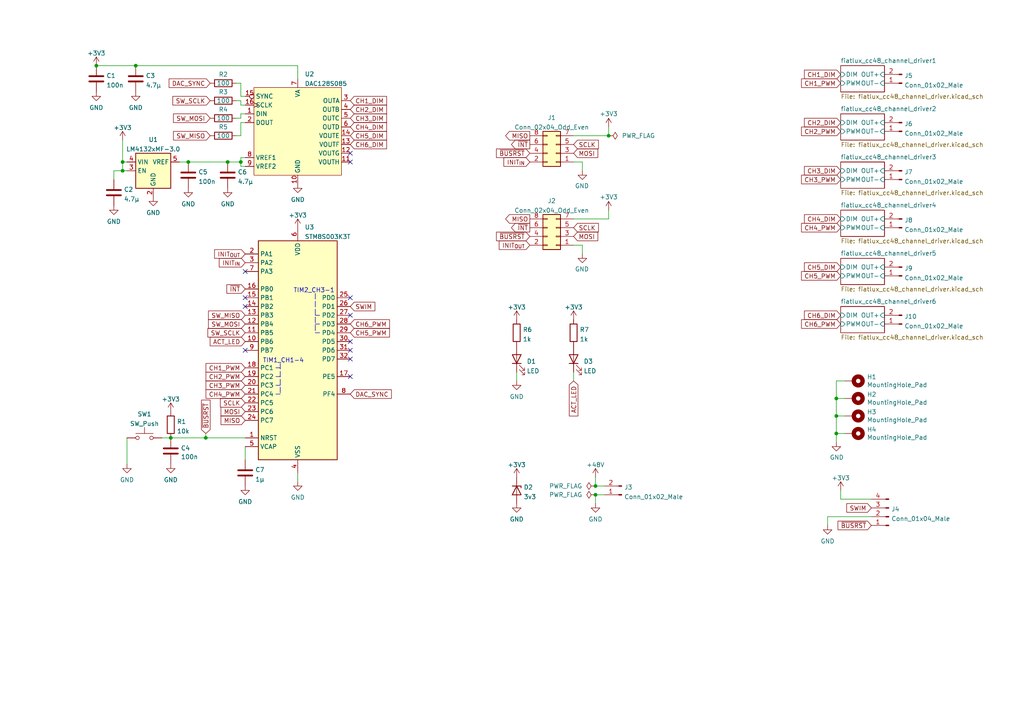
<source format=kicad_sch>
(kicad_sch (version 20211123) (generator eeschema)
  (paper "A4")
  (lib_symbols
    (symbol "Connector:Conn_01x02_Male" (pin_names (offset 1.016) hide)
      (property "Reference" "J" (at 0 2.54 0))
      (property "Value" "Conn_01x02_Male" (at 0 -5.08 0))
      (symbol "Conn_01x02_Male_1_1"
        (polyline (pts (xy 1.27 -2.54) (xy 0.8636 -2.54)) (stroke (width 0.1524)))
        (polyline (pts (xy 1.27 0) (xy 0.8636 0)) (stroke (width 0.1524)))
        (rectangle (start 0.8636 -2.413) (end 0 -2.667) (stroke (width 0.1524)) (fill (type outline)))
        (rectangle (start 0.8636 0.127) (end 0 -0.127) (stroke (width 0.1524)) (fill (type outline)))
        (pin passive line (at 5.08 0 180) (length 3.81) (name "Pin_1") (number "1"))
        (pin passive line (at 5.08 -2.54 180) (length 3.81) (name "Pin_2") (number "2"))
      )
    )
    (symbol "Connector:Conn_01x04_Male" (pin_names (offset 1.016) hide)
      (property "Reference" "J" (at 0 5.08 0))
      (property "Value" "Conn_01x04_Male" (at 0 -7.62 0))
      (symbol "Conn_01x04_Male_1_1"
        (polyline (pts (xy 1.27 -5.08) (xy 0.8636 -5.08)) (stroke (width 0.1524)))
        (polyline (pts (xy 1.27 -2.54) (xy 0.8636 -2.54)) (stroke (width 0.1524)))
        (polyline (pts (xy 1.27 0) (xy 0.8636 0)) (stroke (width 0.1524)))
        (polyline (pts (xy 1.27 2.54) (xy 0.8636 2.54)) (stroke (width 0.1524)))
        (rectangle (start 0.8636 -4.953) (end 0 -5.207) (stroke (width 0.1524)) (fill (type outline)))
        (rectangle (start 0.8636 -2.413) (end 0 -2.667) (stroke (width 0.1524)) (fill (type outline)))
        (rectangle (start 0.8636 0.127) (end 0 -0.127) (stroke (width 0.1524)) (fill (type outline)))
        (rectangle (start 0.8636 2.667) (end 0 2.413) (stroke (width 0.1524)) (fill (type outline)))
        (pin passive line (at 5.08 2.54 180) (length 3.81) (name "Pin_1") (number "1"))
        (pin passive line (at 5.08 0 180) (length 3.81) (name "Pin_2") (number "2"))
        (pin passive line (at 5.08 -2.54 180) (length 3.81) (name "Pin_3") (number "3"))
        (pin passive line (at 5.08 -5.08 180) (length 3.81) (name "Pin_4") (number "4"))
      )
    )
    (symbol "Connector_Generic:Conn_02x04_Odd_Even" (pin_names (offset 1.016) hide)
      (property "Reference" "J" (at 1.27 5.08 0))
      (property "Value" "Conn_02x04_Odd_Even" (at 1.27 -7.62 0))
      (symbol "Conn_02x04_Odd_Even_1_1"
        (rectangle (start -1.27 -4.953) (end 0 -5.207) (stroke (width 0.1524)))
        (rectangle (start -1.27 -2.413) (end 0 -2.667) (stroke (width 0.1524)))
        (rectangle (start -1.27 0.127) (end 0 -0.127) (stroke (width 0.1524)))
        (rectangle (start -1.27 2.667) (end 0 2.413) (stroke (width 0.1524)))
        (rectangle (start -1.27 3.81) (end 3.81 -6.35) (stroke (width 0.254)) (fill (type background)))
        (rectangle (start 3.81 -4.953) (end 2.54 -5.207) (stroke (width 0.1524)))
        (rectangle (start 3.81 -2.413) (end 2.54 -2.667) (stroke (width 0.1524)))
        (rectangle (start 3.81 0.127) (end 2.54 -0.127) (stroke (width 0.1524)))
        (rectangle (start 3.81 2.667) (end 2.54 2.413) (stroke (width 0.1524)))
        (pin passive line (at -5.08 2.54 0) (length 3.81) (name "Pin_1") (number "1"))
        (pin passive line (at 7.62 2.54 180) (length 3.81) (name "Pin_2") (number "2"))
        (pin passive line (at -5.08 0 0) (length 3.81) (name "Pin_3") (number "3"))
        (pin passive line (at 7.62 0 180) (length 3.81) (name "Pin_4") (number "4"))
        (pin passive line (at -5.08 -2.54 0) (length 3.81) (name "Pin_5") (number "5"))
        (pin passive line (at 7.62 -2.54 180) (length 3.81) (name "Pin_6") (number "6"))
        (pin passive line (at -5.08 -5.08 0) (length 3.81) (name "Pin_7") (number "7"))
        (pin passive line (at 7.62 -5.08 180) (length 3.81) (name "Pin_8") (number "8"))
      )
    )
    (symbol "Device:C" (pin_numbers hide) (pin_names (offset 0.254))
      (property "Reference" "C" (at 0.635 2.54 0))
      (property "Value" "C" (at 0.635 -2.54 0))
      (symbol "C_0_1"
        (polyline (pts (xy -2.032 -0.762) (xy 2.032 -0.762)) (stroke (width 0.508)))
        (polyline (pts (xy -2.032 0.762) (xy 2.032 0.762)) (stroke (width 0.508)))
      )
      (symbol "C_1_1"
        (pin passive line (at 0 3.81 270) (length 2.794) (name "~") (number "1"))
        (pin passive line (at 0 -3.81 90) (length 2.794) (name "~") (number "2"))
      )
    )
    (symbol "Device:D_Zener" (pin_numbers hide) (pin_names (offset 1.016) hide)
      (property "Reference" "D" (at 0 2.54 0))
      (property "Value" "D_Zener" (at 0 -2.54 0))
      (symbol "D_Zener_0_1"
        (polyline (pts (xy 1.27 0) (xy -1.27 0)))
        (polyline (pts (xy -1.27 -1.27) (xy -1.27 1.27) (xy -0.762 1.27)) (stroke (width 0.254)))
        (polyline (pts (xy 1.27 -1.27) (xy 1.27 1.27) (xy -1.27 0) (xy 1.27 -1.27)) (stroke (width 0.254)))
      )
      (symbol "D_Zener_1_1"
        (pin passive line (at -3.81 0 0) (length 2.54) (name "K") (number "1"))
        (pin passive line (at 3.81 0 180) (length 2.54) (name "A") (number "2"))
      )
    )
    (symbol "Device:LED" (pin_numbers hide) (pin_names (offset 1.016) hide)
      (property "Reference" "D" (at 0 2.54 0))
      (property "Value" "LED" (at 0 -2.54 0))
      (symbol "LED_0_1"
        (polyline (pts (xy -1.27 -1.27) (xy -1.27 1.27)) (stroke (width 0.254)))
        (polyline (pts (xy -1.27 0) (xy 1.27 0)))
        (polyline (pts (xy 1.27 -1.27) (xy 1.27 1.27) (xy -1.27 0) (xy 1.27 -1.27)) (stroke (width 0.254)))
        (polyline (pts (xy -3.048 -0.762) (xy -4.572 -2.286) (xy -3.81 -2.286) (xy -4.572 -2.286) (xy -4.572 -1.524)))
        (polyline (pts (xy -1.778 -0.762) (xy -3.302 -2.286) (xy -2.54 -2.286) (xy -3.302 -2.286) (xy -3.302 -1.524)))
      )
      (symbol "LED_1_1"
        (pin passive line (at -3.81 0 0) (length 2.54) (name "K") (number "1"))
        (pin passive line (at 3.81 0 180) (length 2.54) (name "A") (number "2"))
      )
    )
    (symbol "Device:R" (pin_numbers hide) (pin_names (offset 0))
      (property "Reference" "R" (at 2.032 0 90))
      (property "Value" "R" (at 0 0 90))
      (symbol "R_0_1"
        (rectangle (start -1.016 -2.54) (end 1.016 2.54) (stroke (width 0.254)))
      )
      (symbol "R_1_1"
        (pin passive line (at 0 3.81 270) (length 1.27) (name "~") (number "1"))
        (pin passive line (at 0 -3.81 90) (length 1.27) (name "~") (number "2"))
      )
    )
    (symbol "Library:DAC128S085"
      (property "Reference" "U" (at 0 -1.27 0))
      (property "Value" "DAC128S085" (at 0 1.27 0))
      (symbol "DAC128S085_0_1"
        (rectangle (start -12.7 12.7) (end 12.7 -12.7) (stroke (width 0.1524)) (fill (type background)))
      )
      (symbol "DAC128S085_1_1"
        (pin input line (at -15.24 5.08 0) (length 2.54) (name "DIN") (number "1"))
        (pin power_in line (at 0 -15.24 90) (length 2.54) (name "GND") (number "10"))
        (pin output line (at 15.24 -8.89 180) (length 2.54) (name "VOUTH") (number "11"))
        (pin output line (at 15.24 -6.35 180) (length 2.54) (name "VOUTG") (number "12"))
        (pin output line (at 15.24 -3.81 180) (length 2.54) (name "VOUTF") (number "13"))
        (pin output line (at 15.24 -1.27 180) (length 2.54) (name "VOUTE") (number "14"))
        (pin input inverted (at -15.24 10.16 0) (length 2.54) (name "SYNC") (number "15"))
        (pin input clock (at -15.24 7.62 0) (length 2.54) (name "SCLK") (number "16"))
        (pin output line (at -15.24 2.54 0) (length 2.54) (name "DOUT") (number "2"))
        (pin output line (at 15.24 8.89 180) (length 2.54) (name "OUTA") (number "3"))
        (pin output line (at 15.24 6.35 180) (length 2.54) (name "OUTB") (number "4"))
        (pin output line (at 15.24 3.81 180) (length 2.54) (name "OUTC") (number "5"))
        (pin output line (at 15.24 1.27 180) (length 2.54) (name "OUTD") (number "6"))
        (pin power_in line (at 0 15.24 270) (length 2.54) (name "VA") (number "7"))
        (pin input line (at -15.24 -7.62 0) (length 2.54) (name "VREF1") (number "8"))
        (pin input line (at -15.24 -10.16 0) (length 2.54) (name "VREF2") (number "9"))
      )
    )
    (symbol "MCU_ST_STM8:STM8S003K3T"
      (property "Reference" "U" (at 1.27 35.56 0))
      (property "Value" "STM8S003K3T" (at 1.27 33.02 0))
      (symbol "STM8S003K3T_0_1"
        (rectangle (start -11.43 31.75) (end 11.43 -31.75) (stroke (width 0.254)) (fill (type background)))
      )
      (symbol "STM8S003K3T_1_1"
        (pin input line (at -15.24 -25.4 0) (length 3.81) (name "NRST") (number "1"))
        (pin bidirectional line (at -15.24 2.54 0) (length 3.81) (name "PB6") (number "10"))
        (pin bidirectional line (at -15.24 5.08 0) (length 3.81) (name "PB5") (number "11"))
        (pin bidirectional line (at -15.24 7.62 0) (length 3.81) (name "PB4") (number "12"))
        (pin bidirectional line (at -15.24 10.16 0) (length 3.81) (name "PB3") (number "13"))
        (pin bidirectional line (at -15.24 12.7 0) (length 3.81) (name "PB2") (number "14"))
        (pin bidirectional line (at -15.24 15.24 0) (length 3.81) (name "PB1") (number "15"))
        (pin bidirectional line (at -15.24 17.78 0) (length 3.81) (name "PB0") (number "16"))
        (pin bidirectional line (at 15.24 -7.62 180) (length 3.81) (name "PE5") (number "17"))
        (pin bidirectional line (at -15.24 -5.08 0) (length 3.81) (name "PC1") (number "18"))
        (pin bidirectional line (at -15.24 -7.62 0) (length 3.81) (name "PC2") (number "19"))
        (pin bidirectional line (at -15.24 27.94 0) (length 3.81) (name "PA1") (number "2"))
        (pin bidirectional line (at -15.24 -10.16 0) (length 3.81) (name "PC3") (number "20"))
        (pin bidirectional line (at -15.24 -12.7 0) (length 3.81) (name "PC4") (number "21"))
        (pin bidirectional line (at -15.24 -15.24 0) (length 3.81) (name "PC5") (number "22"))
        (pin bidirectional line (at -15.24 -17.78 0) (length 3.81) (name "PC6") (number "23"))
        (pin bidirectional line (at -15.24 -20.32 0) (length 3.81) (name "PC7") (number "24"))
        (pin bidirectional line (at 15.24 15.24 180) (length 3.81) (name "PD0") (number "25"))
        (pin bidirectional line (at 15.24 12.7 180) (length 3.81) (name "PD1") (number "26"))
        (pin bidirectional line (at 15.24 10.16 180) (length 3.81) (name "PD2") (number "27"))
        (pin bidirectional line (at 15.24 7.62 180) (length 3.81) (name "PD3") (number "28"))
        (pin bidirectional line (at 15.24 5.08 180) (length 3.81) (name "PD4") (number "29"))
        (pin bidirectional line (at -15.24 25.4 0) (length 3.81) (name "PA2") (number "3"))
        (pin bidirectional line (at 15.24 2.54 180) (length 3.81) (name "PD5") (number "30"))
        (pin bidirectional line (at 15.24 0 180) (length 3.81) (name "PD6") (number "31"))
        (pin bidirectional line (at 15.24 -2.54 180) (length 3.81) (name "PD7") (number "32"))
        (pin power_in line (at 0 -35.56 90) (length 3.81) (name "VSS") (number "4"))
        (pin input line (at -15.24 -27.94 0) (length 3.81) (name "VCAP") (number "5"))
        (pin power_in line (at 0 35.56 270) (length 3.81) (name "VDD") (number "6"))
        (pin bidirectional line (at -15.24 22.86 0) (length 3.81) (name "PA3") (number "7"))
        (pin bidirectional line (at 15.24 -12.7 180) (length 3.81) (name "PF4") (number "8"))
        (pin bidirectional line (at -15.24 0 0) (length 3.81) (name "PB7") (number "9"))
      )
    )
    (symbol "Mechanical:MountingHole_Pad" (pin_numbers hide) (pin_names (offset 1.016) hide)
      (property "Reference" "H" (at 0 6.35 0))
      (property "Value" "MountingHole_Pad" (at 0 4.445 0))
      (symbol "MountingHole_Pad_0_1"
        (circle (center 0 1.27) (radius 1.27) (stroke (width 1.27)))
      )
      (symbol "MountingHole_Pad_1_1"
        (pin input line (at 0 -2.54 90) (length 2.54) (name "1") (number "1"))
      )
    )
    (symbol "Reference_Voltage:LM4132xMF-3.0"
      (property "Reference" "U" (at -4.318 6.096 0))
      (property "Value" "LM4132xMF-3.0" (at 7.874 6.096 0))
      (symbol "LM4132xMF-3.0_0_1"
        (rectangle (start -5.08 5.08) (end 5.08 -5.08) (stroke (width 0.254)) (fill (type background)))
      )
      (symbol "LM4132xMF-3.0_1_1"
        (pin no_connect line (at 5.08 0 180) (length 2.54) hide (name "NC") (number "1"))
        (pin power_in line (at 0 -7.62 90) (length 2.54) (name "GND") (number "2"))
        (pin input line (at -7.62 0 0) (length 2.54) (name "EN") (number "3"))
        (pin power_in line (at -7.62 2.54 0) (length 2.54) (name "VIN") (number "4"))
        (pin power_out line (at 7.62 2.54 180) (length 2.54) (name "VREF") (number "5"))
      )
    )
    (symbol "Switch:SW_Push" (pin_numbers hide) (pin_names (offset 1.016) hide)
      (property "Reference" "SW" (at 1.27 2.54 0))
      (property "Value" "SW_Push" (at 0 -1.524 0))
      (symbol "SW_Push_0_1"
        (circle (center -2.032 0) (radius 0.508))
        (polyline (pts (xy 0 1.27) (xy 0 3.048)))
        (polyline (pts (xy 2.54 1.27) (xy -2.54 1.27)))
        (circle (center 2.032 0) (radius 0.508))
        (pin passive line (at -5.08 0 0) (length 2.54) (name "1") (number "1"))
        (pin passive line (at 5.08 0 180) (length 2.54) (name "2") (number "2"))
      )
    )
    (symbol "power:+3.3V" (power) (pin_names (offset 0))
      (property "Value" "+3.3V" (at 0 3.556 0))
      (symbol "+3.3V_0_1"
        (polyline (pts (xy -0.762 1.27) (xy 0 2.54)))
        (polyline (pts (xy 0 0) (xy 0 2.54)))
        (polyline (pts (xy 0 2.54) (xy 0.762 1.27)))
      )
      (symbol "+3.3V_1_1"
        (pin power_in line (at 0 0 90) (length 0) hide (name "+3V3") (number "1"))
      )
    )
    (symbol "power:+3V3" (power) (pin_names (offset 0))
      (property "Value" "+3V3" (at 0 3.556 0))
      (symbol "+3V3_0_1"
        (polyline (pts (xy -0.762 1.27) (xy 0 2.54)))
        (polyline (pts (xy 0 0) (xy 0 2.54)))
        (polyline (pts (xy 0 2.54) (xy 0.762 1.27)))
      )
      (symbol "+3V3_1_1"
        (pin power_in line (at 0 0 90) (length 0) hide (name "+3V3") (number "1"))
      )
    )
    (symbol "power:+48V" (power) (pin_names (offset 0))
      (property "Value" "+48V" (at 0 3.556 0))
      (symbol "+48V_0_1"
        (polyline (pts (xy -0.762 1.27) (xy 0 2.54)))
        (polyline (pts (xy 0 0) (xy 0 2.54)))
        (polyline (pts (xy 0 2.54) (xy 0.762 1.27)))
      )
      (symbol "+48V_1_1"
        (pin power_in line (at 0 0 90) (length 0) hide (name "+48V") (number "1"))
      )
    )
    (symbol "power:GND" (power) (pin_names (offset 0))
      (property "Value" "GND" (at 0 -3.81 0))
      (symbol "GND_0_1"
        (polyline (pts (xy 0 0) (xy 0 -1.27) (xy 1.27 -1.27) (xy 0 -2.54) (xy -1.27 -1.27) (xy 0 -1.27)))
      )
      (symbol "GND_1_1"
        (pin power_in line (at 0 0 270) (length 0) hide (name "GND") (number "1"))
      )
    )
    (symbol "power:PWR_FLAG" (power) (pin_numbers hide) (pin_names (offset 0) hide)
      (property "Value" "PWR_FLAG" (at 0 3.81 0))
      (symbol "PWR_FLAG_0_0"
        (pin power_out line (at 0 0 90) (length 0) (name "pwr") (number "1"))
      )
      (symbol "PWR_FLAG_0_1"
        (polyline (pts (xy 0 0) (xy 0 1.27) (xy -1.016 1.905) (xy 0 2.54) (xy 1.016 1.905) (xy 0 1.27)))
      )
    )
  )
  (junction (at 35.56 49.53))
  (junction (at 242.57 115.57))
  (junction (at 35.56 46.99))
  (junction (at 172.72 140.97))
  (junction (at 66.04 46.99))
  (junction (at 39.37 19.05))
  (junction (at 69.85 46.99))
  (junction (at 54.61 46.99))
  (junction (at 242.57 125.73))
  (junction (at 172.72 143.51))
  (junction (at 27.94 19.05))
  (junction (at 242.57 120.65))
  (junction (at 49.53 127))
  (junction (at 176.53 39.37))
  (junction (at 59.69 127))
  (no_connect (at 101.6 109.22))
  (no_connect (at 101.6 44.45))
  (no_connect (at 101.6 46.99))
  (no_connect (at 101.6 101.6))
  (no_connect (at 101.6 99.06))
  (no_connect (at 101.6 104.14))
  (no_connect (at 71.12 88.9))
  (no_connect (at 101.6 86.36))
  (no_connect (at 71.12 78.74))
  (no_connect (at 71.12 101.6))
  (no_connect (at 71.12 86.36))
  (no_connect (at 101.6 91.44))
  (wire (pts (xy 69.85 27.94) (xy 69.85 24.13)))
  (wire (pts (xy 86.36 19.05) (xy 86.36 22.86)))
  (wire (pts (xy 27.94 19.05) (xy 39.37 19.05)))
  (wire (pts (xy 35.56 49.53) (xy 33.02 49.53)))
  (wire (pts (xy 35.56 49.53) (xy 35.56 46.99)))
  (wire (pts (xy 243.84 144.78) (xy 243.84 142.24)))
  (wire (pts (xy 69.85 46.99) (xy 69.85 48.26)))
  (wire (pts (xy 176.53 36.83) (xy 176.53 39.37)))
  (polyline (pts (xy 91.44 91.44) (xy 92.71 91.44)))
  (wire (pts (xy 59.69 127) (xy 71.12 127)))
  (wire (pts (xy 69.85 39.37) (xy 68.58 39.37)))
  (wire (pts (xy 39.37 19.05) (xy 86.36 19.05)))
  (wire (pts (xy 252.73 144.78) (xy 243.84 144.78)))
  (wire (pts (xy 242.57 115.57) (xy 242.57 120.65)))
  (wire (pts (xy 69.85 24.13) (xy 68.58 24.13)))
  (wire (pts (xy 242.57 115.57) (xy 245.11 115.57)))
  (wire (pts (xy 166.37 46.99) (xy 168.91 46.99)))
  (polyline (pts (xy 91.44 85.09) (xy 91.44 96.52)))
  (wire (pts (xy 69.85 45.72) (xy 69.85 46.99)))
  (wire (pts (xy 66.04 46.99) (xy 69.85 46.99)))
  (wire (pts (xy 172.72 140.97) (xy 175.26 140.97)))
  (wire (pts (xy 242.57 125.73) (xy 242.57 128.27)))
  (polyline (pts (xy 91.44 93.98) (xy 92.71 93.98)))
  (wire (pts (xy 35.56 46.99) (xy 36.83 46.99)))
  (wire (pts (xy 176.53 39.37) (xy 166.37 39.37)))
  (wire (pts (xy 240.03 149.86) (xy 240.03 152.4)))
  (wire (pts (xy 242.57 120.65) (xy 245.11 120.65)))
  (wire (pts (xy 36.83 49.53) (xy 35.56 49.53)))
  (wire (pts (xy 168.91 46.99) (xy 168.91 49.53)))
  (polyline (pts (xy 80.01 111.76) (xy 81.28 111.76)))
  (wire (pts (xy 69.85 45.72) (xy 71.12 45.72)))
  (wire (pts (xy 240.03 149.86) (xy 252.73 149.86)))
  (wire (pts (xy 49.53 127) (xy 59.69 127)))
  (polyline (pts (xy 80.01 109.22) (xy 81.28 109.22)))
  (polyline (pts (xy 91.44 96.52) (xy 92.71 96.52)))
  (wire (pts (xy 175.26 143.51) (xy 172.72 143.51)))
  (wire (pts (xy 52.07 46.99) (xy 54.61 46.99)))
  (wire (pts (xy 69.85 30.48) (xy 71.12 30.48)))
  (wire (pts (xy 168.91 71.12) (xy 168.91 73.66)))
  (wire (pts (xy 46.99 127) (xy 49.53 127)))
  (wire (pts (xy 242.57 110.49) (xy 242.57 115.57)))
  (wire (pts (xy 36.83 127) (xy 36.83 134.62)))
  (wire (pts (xy 176.53 63.5) (xy 166.37 63.5)))
  (wire (pts (xy 172.72 138.43) (xy 172.72 140.97)))
  (wire (pts (xy 71.12 48.26) (xy 69.85 48.26)))
  (wire (pts (xy 69.85 33.02) (xy 69.85 34.29)))
  (wire (pts (xy 71.12 33.02) (xy 69.85 33.02)))
  (wire (pts (xy 69.85 29.21) (xy 69.85 30.48)))
  (polyline (pts (xy 80.01 114.3) (xy 81.28 114.3)))
  (wire (pts (xy 176.53 60.96) (xy 176.53 63.5)))
  (wire (pts (xy 149.86 107.95) (xy 149.86 110.49)))
  (wire (pts (xy 245.11 110.49) (xy 242.57 110.49)))
  (wire (pts (xy 71.12 27.94) (xy 69.85 27.94)))
  (wire (pts (xy 71.12 35.56) (xy 69.85 35.56)))
  (polyline (pts (xy 81.28 105.41) (xy 81.28 114.3)))
  (wire (pts (xy 86.36 137.16) (xy 86.36 139.7)))
  (wire (pts (xy 35.56 40.64) (xy 35.56 46.99)))
  (wire (pts (xy 68.58 34.29) (xy 69.85 34.29)))
  (wire (pts (xy 172.72 143.51) (xy 172.72 146.05)))
  (polyline (pts (xy 80.01 106.68) (xy 81.28 106.68)))
  (wire (pts (xy 166.37 71.12) (xy 168.91 71.12)))
  (wire (pts (xy 33.02 49.53) (xy 33.02 52.07)))
  (wire (pts (xy 245.11 125.73) (xy 242.57 125.73)))
  (wire (pts (xy 59.69 125.73) (xy 59.69 127)))
  (wire (pts (xy 68.58 29.21) (xy 69.85 29.21)))
  (wire (pts (xy 71.12 129.54) (xy 71.12 133.35)))
  (wire (pts (xy 242.57 120.65) (xy 242.57 125.73)))
  (wire (pts (xy 166.37 107.95) (xy 166.37 110.49)))
  (wire (pts (xy 54.61 46.99) (xy 66.04 46.99)))
  (wire (pts (xy 69.85 35.56) (xy 69.85 39.37)))
  (text "TIM1_CH1-4" (at 76.2 105.41 0) (effects (font (size 1.27 1.27)) (justify left bottom)))
  (text "TIM2_CH3-1" (at 85.09 85.09 0) (effects (font (size 1.27 1.27)) (justify left bottom)))
  (global_label "CH6_DIM" (shape input) (at 243.84 91.44 180) (property "Intersheet References" "${INTERSHEET_REFS}" (effects hide)))
  (global_label "SW_SCLK" (shape input) (at 60.96 29.21 180) (property "Intersheet References" "${INTERSHEET_REFS}" (effects hide)))
  (global_label "INIT_{OUT}" (shape input) (at 153.67 71.12 180) (property "Referenzen zwischen Schaltplänen" "${INTERSHEET_REFS}" (effects hide)))
  (global_label "CH2_DIM" (shape input) (at 101.6 31.75 0) (property "Intersheet References" "${INTERSHEET_REFS}" (effects hide)))
  (global_label "CH5_PWM" (shape input) (at 101.6 96.52 0) (property "Intersheet References" "${INTERSHEET_REFS}" (effects hide)))
  (global_label "CH5_DIM" (shape input) (at 243.84 77.47 180) (property "Intersheet References" "${INTERSHEET_REFS}" (effects hide)))
  (global_label "SCLK" (shape input) (at 166.37 66.04 0) (property "Referenzen zwischen Schaltplänen" "${INTERSHEET_REFS}" (effects hide)))
  (global_label "MOSI" (shape input) (at 166.37 68.58 0) (property "Referenzen zwischen Schaltplänen" "${INTERSHEET_REFS}" (effects hide)))
  (global_label "SW_MISO" (shape input) (at 71.12 91.44 180) (property "Intersheet References" "${INTERSHEET_REFS}" (effects hide)))
  (global_label "SW_MOSI" (shape input) (at 71.12 93.98 180) (property "Intersheet References" "${INTERSHEET_REFS}" (effects hide)))
  (global_label "CH2_PWM" (shape input) (at 71.12 109.22 180) (property "Intersheet References" "${INTERSHEET_REFS}" (effects hide)))
  (global_label "CH4_PWM" (shape input) (at 71.12 114.3 180) (property "Intersheet References" "${INTERSHEET_REFS}" (effects hide)))
  (global_label "~{BUSRST}" (shape input) (at 252.73 152.4 180) (property "Referenzen zwischen Schaltplänen" "${INTERSHEET_REFS}" (effects hide)))
  (global_label "ACT_LED" (shape input) (at 166.37 110.49 270) (property "Intersheet References" "${INTERSHEET_REFS}" (effects hide)))
  (global_label "INIT_{IN}" (shape input) (at 153.67 46.99 180) (property "Referenzen zwischen Schaltplänen" "${INTERSHEET_REFS}" (effects hide)))
  (global_label "SCLK" (shape input) (at 166.37 41.91 0) (property "Referenzen zwischen Schaltplänen" "${INTERSHEET_REFS}" (effects hide)))
  (global_label "MOSI" (shape input) (at 166.37 44.45 0) (property "Referenzen zwischen Schaltplänen" "${INTERSHEET_REFS}" (effects hide)))
  (global_label "~{INT}" (shape output) (at 153.67 41.91 180) (property "Referenzen zwischen Schaltplänen" "${INTERSHEET_REFS}" (effects hide)))
  (global_label "SWIM" (shape input) (at 101.6 88.9 0) (property "Intersheet References" "${INTERSHEET_REFS}" (effects hide)))
  (global_label "CH1_DIM" (shape input) (at 101.6 29.21 0) (property "Intersheet References" "${INTERSHEET_REFS}" (effects hide)))
  (global_label "SWIM" (shape input) (at 252.73 147.32 180) (property "Intersheet References" "${INTERSHEET_REFS}" (effects hide)))
  (global_label "CH3_DIM" (shape input) (at 101.6 34.29 0) (property "Intersheet References" "${INTERSHEET_REFS}" (effects hide)))
  (global_label "SW_MOSI" (shape input) (at 60.96 34.29 180) (property "Intersheet References" "${INTERSHEET_REFS}" (effects hide)))
  (global_label "MISO" (shape output) (at 153.67 63.5 180) (property "Referenzen zwischen Schaltplänen" "${INTERSHEET_REFS}" (effects hide)))
  (global_label "~{INT}" (shape output) (at 153.67 66.04 180) (property "Referenzen zwischen Schaltplänen" "${INTERSHEET_REFS}" (effects hide)))
  (global_label "CH6_PWM" (shape input) (at 243.84 93.98 180) (property "Intersheet References" "${INTERSHEET_REFS}" (effects hide)))
  (global_label "CH3_DIM" (shape input) (at 243.84 49.53 180) (property "Intersheet References" "${INTERSHEET_REFS}" (effects hide)))
  (global_label "CH3_PWM" (shape input) (at 71.12 111.76 180) (property "Intersheet References" "${INTERSHEET_REFS}" (effects hide)))
  (global_label "CH1_PWM" (shape input) (at 71.12 106.68 180) (property "Intersheet References" "${INTERSHEET_REFS}" (effects hide)))
  (global_label "MOSI" (shape input) (at 71.12 119.38 180) (property "Intersheet References" "${INTERSHEET_REFS}" (effects hide)))
  (global_label "SW_SCLK" (shape input) (at 71.12 96.52 180) (property "Intersheet References" "${INTERSHEET_REFS}" (effects hide)))
  (global_label "CH4_DIM" (shape input) (at 243.84 63.5 180) (property "Intersheet References" "${INTERSHEET_REFS}" (effects hide)))
  (global_label "DAC_SYNC" (shape input) (at 60.96 24.13 180) (property "Intersheet References" "${INTERSHEET_REFS}" (effects hide)))
  (global_label "SCLK" (shape input) (at 71.12 116.84 180) (property "Intersheet References" "${INTERSHEET_REFS}" (effects hide)))
  (global_label "~{BUSRST}" (shape input) (at 153.67 44.45 180) (property "Referenzen zwischen Schaltplänen" "${INTERSHEET_REFS}" (effects hide)))
  (global_label "CH3_PWM" (shape input) (at 243.84 52.07 180) (property "Intersheet References" "${INTERSHEET_REFS}" (effects hide)))
  (global_label "DAC_SYNC" (shape input) (at 101.6 114.3 0) (property "Intersheet References" "${INTERSHEET_REFS}" (effects hide)))
  (global_label "MISO" (shape output) (at 153.67 39.37 180) (property "Referenzen zwischen Schaltplänen" "${INTERSHEET_REFS}" (effects hide)))
  (global_label "CH5_DIM" (shape input) (at 101.6 39.37 0) (property "Intersheet References" "${INTERSHEET_REFS}" (effects hide)))
  (global_label "INIT_{IN}" (shape input) (at 71.12 76.2 180) (property "Intersheet References" "${INTERSHEET_REFS}" (effects hide)))
  (global_label "~{BUSRST}" (shape input) (at 59.69 125.73 90) (property "Referenzen zwischen Schaltplänen" "${INTERSHEET_REFS}" (effects hide)))
  (global_label "CH2_PWM" (shape input) (at 243.84 38.1 180) (property "Intersheet References" "${INTERSHEET_REFS}" (effects hide)))
  (global_label "SW_MISO" (shape input) (at 60.96 39.37 180) (property "Intersheet References" "${INTERSHEET_REFS}" (effects hide)))
  (global_label "INIT_{OUT}" (shape input) (at 71.12 73.66 180) (property "Intersheet References" "${INTERSHEET_REFS}" (effects hide)))
  (global_label "CH5_PWM" (shape input) (at 243.84 80.01 180) (property "Intersheet References" "${INTERSHEET_REFS}" (effects hide)))
  (global_label "CH2_DIM" (shape input) (at 243.84 35.56 180) (property "Intersheet References" "${INTERSHEET_REFS}" (effects hide)))
  (global_label "CH4_PWM" (shape input) (at 243.84 66.04 180) (property "Intersheet References" "${INTERSHEET_REFS}" (effects hide)))
  (global_label "CH6_PWM" (shape input) (at 101.6 93.98 0) (property "Intersheet References" "${INTERSHEET_REFS}" (effects hide)))
  (global_label "~{INT}" (shape input) (at 71.12 83.82 180) (property "Intersheet References" "${INTERSHEET_REFS}" (effects hide)))
  (global_label "CH6_DIM" (shape input) (at 101.6 41.91 0) (property "Intersheet References" "${INTERSHEET_REFS}" (effects hide)))
  (global_label "ACT_LED" (shape input) (at 71.12 99.06 180) (property "Intersheet References" "${INTERSHEET_REFS}" (effects hide)))
  (global_label "MISO" (shape input) (at 71.12 121.92 180) (property "Intersheet References" "${INTERSHEET_REFS}" (effects hide)))
  (global_label "CH1_PWM" (shape input) (at 243.84 24.13 180) (property "Intersheet References" "${INTERSHEET_REFS}" (effects hide)))
  (global_label "CH1_DIM" (shape input) (at 243.84 21.59 180) (property "Intersheet References" "${INTERSHEET_REFS}" (effects hide)))
  (global_label "~{BUSRST}" (shape input) (at 153.67 68.58 180) (property "Referenzen zwischen Schaltplänen" "${INTERSHEET_REFS}" (effects hide)))
  (global_label "CH4_DIM" (shape input) (at 101.6 36.83 0) (property "Intersheet References" "${INTERSHEET_REFS}" (effects hide)))
  (symbol (lib_id "Mechanical:MountingHole_Pad") (at 247.65 125.73 270) (unit 1)
    (property "Reference" "H4" (at 251.46 124.5616 90) (effects (justify left)))
    (property "Value" "MountingHole_Pad" (at 251.46 126.873 90) (effects (justify left)))
    (property "Footprint" "MountingHole:MountingHole_2.2mm_M2_Pad_Via" (effects hide))
    (property "LCSC" "-" (effects hide))
  )
  (symbol (lib_id "Device:LED") (at 166.37 104.14 90) (unit 1)
    (property "Reference" "D3" (at 169.291 104.819 90) (effects (justify right)))
    (property "Value" "LED" (at 169.291 107.5941 90) (effects (justify right)))
    (property "Footprint" "LED_SMD:LED_0805_2012Metric" (effects hide))
  )
  (symbol (lib_id "power:PWR_FLAG") (at 172.72 140.97 90) (unit 1)
    (property "Reference" "#FLG01" (effects hide))
    (property "Value" "PWR_FLAG" (at 168.91 140.9699 90) (effects (justify left)))
  )
  (symbol (lib_id "Device:D_Zener") (at 149.86 142.24 270) (unit 1)
    (property "Reference" "D2" (at 151.892 141.3315 90) (effects (justify left)))
    (property "Value" "3v3" (at 151.892 144.1066 90) (effects (justify left)))
    (property "Footprint" "Diode_SMD:D_MiniMELF" (effects hide))
  )
  (symbol (lib_id "power:GND") (at 71.12 140.97 0) (unit 1)
    (property "Reference" "#PWR012" (effects hide))
    (property "Value" "GND" (at 71.12 145.5325 0))
  )
  (symbol (lib_id "Device:C") (at 27.94 22.86 0) (unit 1)
    (property "Reference" "C1" (at 30.861 21.9515 0) (effects (justify left)))
    (property "Value" "100n" (at 30.861 24.7266 0) (effects (justify left)))
    (property "Footprint" "Capacitor_SMD:C_0805_2012Metric" (effects hide))
  )
  (symbol (lib_id "power:GND") (at 66.04 54.61 0) (unit 1)
    (property "Reference" "#PWR011" (effects hide))
    (property "Value" "GND" (at 66.04 59.1725 0))
  )
  (symbol (lib_id "Device:R") (at 149.86 96.52 0) (unit 1)
    (property "Reference" "R6" (at 151.638 95.6115 0) (effects (justify left)))
    (property "Value" "1k" (at 151.638 98.3866 0) (effects (justify left)))
    (property "Footprint" "Resistor_SMD:R_0603_1608Metric" (effects hide))
  )
  (symbol (lib_id "Connector:Conn_01x02_Male") (at 261.62 38.1 180) (unit 1)
    (property "Reference" "J6" (at 262.3312 35.9215 0) (effects (justify right)))
    (property "Value" "Conn_01x02_Male" (at 262.3312 38.6966 0) (effects (justify right)))
    (property "Footprint" "TerminalBlock:TerminalBlock_bornier-2_P5.08mm" (effects hide))
  )
  (symbol (lib_id "Connector:Conn_01x02_Male") (at 180.34 143.51 180) (unit 1)
    (property "Reference" "J3" (at 181.0512 141.3315 0) (effects (justify right)))
    (property "Value" "Conn_01x02_Male" (at 181.0512 144.1066 0) (effects (justify right)))
    (property "Footprint" "TerminalBlock:TerminalBlock_bornier-2_P5.08mm" (effects hide))
  )
  (symbol (lib_id "power:+3V3") (at 35.56 40.64 0) (unit 1)
    (property "Reference" "#PWR04" (effects hide))
    (property "Value" "+3V3" (at 35.56 37.0355 0))
  )
  (symbol (lib_id "Mechanical:MountingHole_Pad") (at 247.65 115.57 270) (unit 1)
    (property "Reference" "H2" (at 251.46 114.4016 90) (effects (justify left)))
    (property "Value" "MountingHole_Pad" (at 251.46 116.713 90) (effects (justify left)))
    (property "Footprint" "MountingHole:MountingHole_2.2mm_M2_Pad_Via" (effects hide))
    (property "LCSC" "-" (effects hide))
  )
  (symbol (lib_id "power:GND") (at 39.37 26.67 0) (unit 1)
    (property "Reference" "#PWR06" (effects hide))
    (property "Value" "GND" (at 39.37 31.2325 0))
  )
  (symbol (lib_id "Device:R") (at 166.37 96.52 0) (unit 1)
    (property "Reference" "R7" (at 168.148 95.6115 0) (effects (justify left)))
    (property "Value" "1k" (at 168.148 98.3866 0) (effects (justify left)))
    (property "Footprint" "Resistor_SMD:R_0603_1608Metric" (effects hide))
  )
  (symbol (lib_id "Connector:Conn_01x02_Male") (at 261.62 80.01 180) (unit 1)
    (property "Reference" "J9" (at 262.3312 77.8315 0) (effects (justify right)))
    (property "Value" "Conn_01x02_Male" (at 262.3312 80.6066 0) (effects (justify right)))
    (property "Footprint" "TerminalBlock:TerminalBlock_bornier-2_P5.08mm" (effects hide))
  )
  (symbol (lib_id "power:GND") (at 242.57 128.27 0) (unit 1)
    (property "Reference" "#PWR028" (effects hide))
    (property "Value" "GND" (at 242.697 132.6642 0))
  )
  (symbol (lib_id "Device:C") (at 66.04 50.8 0) (unit 1)
    (property "Reference" "C6" (at 68.961 49.8915 0) (effects (justify left)))
    (property "Value" "4.7µ" (at 68.961 52.6666 0) (effects (justify left)))
    (property "Footprint" "Capacitor_SMD:C_0805_2012Metric" (effects hide))
  )
  (symbol (lib_id "Connector:Conn_01x02_Male") (at 261.62 66.04 180) (unit 1)
    (property "Reference" "J8" (at 262.3312 63.8615 0) (effects (justify right)))
    (property "Value" "Conn_01x02_Male" (at 262.3312 66.6366 0) (effects (justify right)))
    (property "Footprint" "TerminalBlock:TerminalBlock_bornier-2_P5.08mm" (effects hide))
  )
  (symbol (lib_id "power:GND") (at 27.94 26.67 0) (unit 1)
    (property "Reference" "#PWR02" (effects hide))
    (property "Value" "GND" (at 27.94 31.2325 0))
  )
  (symbol (lib_id "Device:C") (at 54.61 50.8 0) (unit 1)
    (property "Reference" "C5" (at 57.531 49.8915 0) (effects (justify left)))
    (property "Value" "100n" (at 57.531 52.6666 0) (effects (justify left)))
    (property "Footprint" "Capacitor_SMD:C_0805_2012Metric" (effects hide))
  )
  (symbol (lib_id "power:+48V") (at 172.72 138.43 0) (unit 1)
    (property "Reference" "#PWR023" (effects hide))
    (property "Value" "+48V" (at 172.72 134.8255 0))
  )
  (symbol (lib_id "Device:R") (at 64.77 24.13 90) (unit 1)
    (property "Reference" "R2" (at 64.77 21.59 90))
    (property "Value" "100" (at 64.77 24.13 90))
    (property "Footprint" "Resistor_SMD:R_0603_1608Metric" (effects hide))
  )
  (symbol (lib_id "Connector:Conn_01x04_Male") (at 257.81 149.86 180) (unit 1)
    (property "Reference" "J4" (at 258.5212 147.6815 0) (effects (justify right)))
    (property "Value" "Conn_01x04_Male" (at 258.5212 150.4566 0) (effects (justify right)))
    (property "Footprint" "Connector_PinHeader_2.54mm:PinHeader_1x04_P2.54mm_Vertical" (effects hide))
  )
  (symbol (lib_id "power:GND") (at 44.45 57.15 0) (unit 1)
    (property "Reference" "#PWR07" (effects hide))
    (property "Value" "GND" (at 44.45 61.7125 0))
  )
  (symbol (lib_id "Device:C") (at 49.53 130.81 0) (unit 1)
    (property "Reference" "C4" (at 52.451 129.9753 0) (effects (justify left)))
    (property "Value" "100n" (at 52.451 132.5122 0) (effects (justify left)))
    (property "Footprint" "Capacitor_SMD:C_0805_2012Metric" (effects hide))
  )
  (symbol (lib_id "Connector:Conn_01x02_Male") (at 261.62 52.07 180) (unit 1)
    (property "Reference" "J7" (at 262.3312 49.8915 0) (effects (justify right)))
    (property "Value" "Conn_01x02_Male" (at 262.3312 52.6666 0) (effects (justify right)))
    (property "Footprint" "TerminalBlock:TerminalBlock_bornier-2_P5.08mm" (effects hide))
  )
  (symbol (lib_id "Device:R") (at 64.77 39.37 90) (unit 1)
    (property "Reference" "R5" (at 64.77 36.83 90))
    (property "Value" "100" (at 64.77 39.37 90))
    (property "Footprint" "Resistor_SMD:R_0603_1608Metric" (effects hide))
  )
  (symbol (lib_id "MCU_ST_STM8:STM8S003K3T") (at 86.36 101.6 0) (unit 1)
    (property "Reference" "U3" (at 88.3794 65.8835 0) (effects (justify left)))
    (property "Value" "STM8S003K3T" (at 88.3794 68.6586 0) (effects (justify left)))
    (property "Footprint" "Package_QFP:LQFP-32_7x7mm_P0.8mm" (effects hide))
    (property "Datasheet" "http://www.st.com/st-web-ui/static/active/en/resource/technical/document/datasheet/DM00024550.pdf" (effects hide))
  )
  (symbol (lib_id "Mechanical:MountingHole_Pad") (at 247.65 120.65 270) (unit 1)
    (property "Reference" "H3" (at 251.46 119.4816 90) (effects (justify left)))
    (property "Value" "MountingHole_Pad" (at 251.46 121.793 90) (effects (justify left)))
    (property "Footprint" "MountingHole:MountingHole_2.2mm_M2_Pad_Via" (effects hide))
    (property "LCSC" "-" (effects hide))
  )
  (symbol (lib_id "power:GND") (at 168.91 49.53 0) (mirror y) (unit 1)
    (property "Reference" "#PWR021" (effects hide))
    (property "Value" "GND" (at 168.783 53.9242 0))
  )
  (symbol (lib_id "power:GND") (at 36.83 134.62 0) (unit 1)
    (property "Reference" "#PWR05" (effects hide))
    (property "Value" "GND" (at 36.83 139.1825 0))
  )
  (symbol (lib_id "Connector:Conn_01x02_Male") (at 261.62 93.98 180) (unit 1)
    (property "Reference" "J10" (at 262.3312 91.8015 0) (effects (justify right)))
    (property "Value" "Conn_01x02_Male" (at 262.3312 94.5766 0) (effects (justify right)))
    (property "Footprint" "TerminalBlock:TerminalBlock_bornier-2_P5.08mm" (effects hide))
  )
  (symbol (lib_id "power:GND") (at 240.03 152.4 0) (unit 1)
    (property "Reference" "#PWR027" (effects hide))
    (property "Value" "GND" (at 240.03 156.9625 0))
  )
  (symbol (lib_id "power:GND") (at 54.61 54.61 0) (unit 1)
    (property "Reference" "#PWR010" (effects hide))
    (property "Value" "GND" (at 54.61 59.1725 0))
  )
  (symbol (lib_id "power:+3.3V") (at 176.53 60.96 0) (unit 1)
    (property "Reference" "#PWR026" (effects hide))
    (property "Value" "+3.3V" (at 176.53 57.15 0))
  )
  (symbol (lib_id "Device:R") (at 49.53 123.19 0) (unit 1)
    (property "Reference" "R1" (at 51.308 122.2815 0) (effects (justify left)))
    (property "Value" "10k" (at 51.308 125.0566 0) (effects (justify left)))
    (property "Footprint" "Resistor_SMD:R_0603_1608Metric" (effects hide))
  )
  (symbol (lib_id "Library:DAC128S085") (at 86.36 38.1 0) (unit 1)
    (property "Reference" "U2" (at 88.3794 21.4843 0) (effects (justify left)))
    (property "Value" "DAC128S085" (at 88.3794 24.2594 0) (effects (justify left)))
    (property "Footprint" "Package_SO:SSOP-16_3.9x4.9mm_P0.635mm" (effects hide))
  )
  (symbol (lib_id "power:+3V3") (at 149.86 92.71 0) (unit 1)
    (property "Reference" "#PWR016" (effects hide))
    (property "Value" "+3V3" (at 149.86 89.1055 0))
  )
  (symbol (lib_id "power:GND") (at 172.72 146.05 0) (unit 1)
    (property "Reference" "#PWR024" (effects hide))
    (property "Value" "GND" (at 172.72 150.6125 0))
  )
  (symbol (lib_id "Mechanical:MountingHole_Pad") (at 247.65 110.49 270) (unit 1)
    (property "Reference" "H1" (at 251.46 109.3216 90) (effects (justify left)))
    (property "Value" "MountingHole_Pad" (at 251.46 111.633 90) (effects (justify left)))
    (property "Footprint" "MountingHole:MountingHole_2.2mm_M2_Pad_Via" (effects hide))
    (property "LCSC" "-" (effects hide))
  )
  (symbol (lib_id "Reference_Voltage:LM4132xMF-3.0") (at 44.45 49.53 0) (unit 1)
    (property "Reference" "U1" (at 44.45 40.4835 0))
    (property "Value" "LM4132xMF-3.0" (at 44.45 43.2586 0))
    (property "Footprint" "Package_TO_SOT_SMD:SOT-23-5" (effects hide))
    (property "Datasheet" "http://www.ti.com/lit/ds/symlink/lm4132.pdf" (effects hide))
  )
  (symbol (lib_id "power:GND") (at 168.91 73.66 0) (mirror y) (unit 1)
    (property "Reference" "#PWR022" (effects hide))
    (property "Value" "GND" (at 168.783 78.0542 0))
  )
  (symbol (lib_id "power:GND") (at 149.86 110.49 0) (unit 1)
    (property "Reference" "#PWR017" (effects hide))
    (property "Value" "GND" (at 149.86 115.0525 0))
  )
  (symbol (lib_id "power:+3V3") (at 27.94 19.05 0) (unit 1)
    (property "Reference" "#PWR01" (effects hide))
    (property "Value" "+3V3" (at 27.94 15.4455 0))
  )
  (symbol (lib_id "power:GND") (at 49.53 134.62 0) (unit 1)
    (property "Reference" "#PWR09" (effects hide))
    (property "Value" "GND" (at 49.53 139.1825 0))
  )
  (symbol (lib_id "power:PWR_FLAG") (at 176.53 39.37 270) (unit 1)
    (property "Reference" "#FLG03" (effects hide))
    (property "Value" "PWR_FLAG" (at 180.34 39.3699 90) (effects (justify left)))
  )
  (symbol (lib_id "power:+3V3") (at 166.37 92.71 0) (unit 1)
    (property "Reference" "#PWR020" (effects hide))
    (property "Value" "+3V3" (at 166.37 89.1055 0))
  )
  (symbol (lib_id "power:PWR_FLAG") (at 172.72 143.51 90) (unit 1)
    (property "Reference" "#FLG02" (effects hide))
    (property "Value" "PWR_FLAG" (at 168.91 143.5099 90) (effects (justify left)))
  )
  (symbol (lib_id "Device:C") (at 39.37 22.86 0) (unit 1)
    (property "Reference" "C3" (at 42.291 21.9515 0) (effects (justify left)))
    (property "Value" "4.7µ" (at 42.291 24.7266 0) (effects (justify left)))
    (property "Footprint" "Capacitor_SMD:C_0805_2012Metric" (effects hide))
  )
  (symbol (lib_id "power:+3V3") (at 49.53 119.38 0) (unit 1)
    (property "Reference" "#PWR08" (effects hide))
    (property "Value" "+3V3" (at 49.53 115.7755 0))
  )
  (symbol (lib_id "power:GND") (at 86.36 139.7 0) (unit 1)
    (property "Reference" "#PWR015" (effects hide))
    (property "Value" "GND" (at 86.36 144.2625 0))
  )
  (symbol (lib_id "power:+3V3") (at 243.84 142.24 0) (unit 1)
    (property "Reference" "#PWR029" (effects hide))
    (property "Value" "+3V3" (at 243.84 138.6355 0))
  )
  (symbol (lib_id "power:+3V3") (at 149.86 138.43 0) (unit 1)
    (property "Reference" "#PWR018" (effects hide))
    (property "Value" "+3V3" (at 149.86 134.8255 0))
  )
  (symbol (lib_id "Device:LED") (at 149.86 104.14 90) (unit 1)
    (property "Reference" "D1" (at 152.781 104.819 90) (effects (justify right)))
    (property "Value" "LED" (at 152.781 107.5941 90) (effects (justify right)))
    (property "Footprint" "LED_SMD:LED_0805_2012Metric" (effects hide))
  )
  (symbol (lib_id "Connector:Conn_01x02_Male") (at 261.62 24.13 180) (unit 1)
    (property "Reference" "J5" (at 262.3312 21.9515 0) (effects (justify right)))
    (property "Value" "Conn_01x02_Male" (at 262.3312 24.7266 0) (effects (justify right)))
    (property "Footprint" "TerminalBlock:TerminalBlock_bornier-2_P5.08mm" (effects hide))
  )
  (symbol (lib_id "Device:R") (at 64.77 34.29 90) (unit 1)
    (property "Reference" "R4" (at 64.77 31.75 90))
    (property "Value" "100" (at 64.77 34.29 90))
    (property "Footprint" "Resistor_SMD:R_0603_1608Metric" (effects hide))
  )
  (symbol (lib_id "Connector_Generic:Conn_02x04_Odd_Even") (at 161.29 68.58 180) (unit 1)
    (property "Reference" "J2" (at 160.02 58.2635 0))
    (property "Value" "Conn_02x04_Odd_Even" (at 160.02 61.0386 0))
    (property "Footprint" "Connector_PinHeader_2.54mm:PinHeader_2x04_P2.54mm_Vertical" (effects hide))
  )
  (symbol (lib_id "power:GND") (at 149.86 146.05 0) (unit 1)
    (property "Reference" "#PWR019" (effects hide))
    (property "Value" "GND" (at 149.86 150.6125 0))
  )
  (symbol (lib_id "power:+3V3") (at 86.36 66.04 0) (unit 1)
    (property "Reference" "#PWR014" (effects hide))
    (property "Value" "+3V3" (at 86.36 62.4355 0))
  )
  (symbol (lib_id "power:+3.3V") (at 176.53 36.83 0) (unit 1)
    (property "Reference" "#PWR025" (effects hide))
    (property "Value" "+3.3V" (at 176.53 33.02 0))
  )
  (symbol (lib_id "power:GND") (at 33.02 59.69 0) (unit 1)
    (property "Reference" "#PWR03" (effects hide))
    (property "Value" "GND" (at 33.02 64.2525 0))
  )
  (symbol (lib_id "Device:R") (at 64.77 29.21 90) (unit 1)
    (property "Reference" "R3" (at 64.77 26.67 90))
    (property "Value" "100" (at 64.77 29.21 90))
    (property "Footprint" "Resistor_SMD:R_0603_1608Metric" (effects hide))
  )
  (symbol (lib_id "Device:C") (at 33.02 55.88 0) (unit 1)
    (property "Reference" "C2" (at 35.941 54.9715 0) (effects (justify left)))
    (property "Value" "4.7µ" (at 35.941 57.7466 0) (effects (justify left)))
    (property "Footprint" "Capacitor_SMD:C_0805_2012Metric" (effects hide))
  )
  (symbol (lib_id "Connector_Generic:Conn_02x04_Odd_Even") (at 161.29 44.45 180) (unit 1)
    (property "Reference" "J1" (at 160.02 34.1335 0))
    (property "Value" "Conn_02x04_Odd_Even" (at 160.02 36.9086 0))
    (property "Footprint" "Connector_PinHeader_2.54mm:PinHeader_2x04_P2.54mm_Vertical" (effects hide))
  )
  (symbol (lib_id "power:GND") (at 86.36 53.34 0) (unit 1)
    (property "Reference" "#PWR013" (effects hide))
    (property "Value" "GND" (at 86.36 57.9025 0))
  )
  (symbol (lib_id "Device:C") (at 71.12 137.16 0) (unit 1)
    (property "Reference" "C7" (at 74.041 136.2515 0) (effects (justify left)))
    (property "Value" "1µ" (at 74.041 139.0266 0) (effects (justify left)))
    (property "Footprint" "Capacitor_SMD:C_0805_2012Metric" (effects hide))
  )
  (symbol (lib_id "Switch:SW_Push") (at 41.91 127 0) (unit 1)
    (property "Reference" "SW1" (at 41.91 120.1125 0))
    (property "Value" "SW_Push" (at 41.91 122.8876 0))
    (property "Footprint" "Button_Switch_SMD:SW_SPST_EVQPE1" (effects hide))
  )
  (sheet (at 243.84 46.99) (size 12.7 7.62) (stroke (width 0.1524))
    (property "Sheet name" "fiatlux_cc48_channel_driver3" (at 243.84 46.2784 0) (effects (justify left bottom)))
    (property "Sheet file" "fiatlux_cc48_channel_driver.kicad_sch" (at 243.84 55.1946 0) (effects (justify left top)))
    (pin "OUT-" input (at 256.54 52.07 0))
    (pin "OUT+" input (at 256.54 49.53 0))
    (pin "DIM" input (at 243.84 49.53 180))
    (pin "PWM" input (at 243.84 52.07 180))
  )
  (sheet (at 243.84 88.9) (size 12.7 7.62) (stroke (width 0.1524))
    (property "Sheet name" "fiatlux_cc48_channel_driver6" (at 243.84 88.1884 0) (effects (justify left bottom)))
    (property "Sheet file" "fiatlux_cc48_channel_driver.kicad_sch" (at 243.84 97.1046 0) (effects (justify left top)))
    (pin "OUT-" input (at 256.54 93.98 0))
    (pin "OUT+" input (at 256.54 91.44 0))
    (pin "DIM" input (at 243.84 91.44 180))
    (pin "PWM" input (at 243.84 93.98 180))
  )
  (sheet (at 243.84 60.96) (size 12.7 7.62) (stroke (width 0.1524))
    (property "Sheet name" "fiatlux_cc48_channel_driver4" (at 243.84 60.2484 0) (effects (justify left bottom)))
    (property "Sheet file" "fiatlux_cc48_channel_driver.kicad_sch" (at 243.84 69.1646 0) (effects (justify left top)))
    (pin "OUT-" input (at 256.54 66.04 0))
    (pin "OUT+" input (at 256.54 63.5 0))
    (pin "DIM" input (at 243.84 63.5 180))
    (pin "PWM" input (at 243.84 66.04 180))
  )
  (sheet (at 243.84 74.93) (size 12.7 7.62) (stroke (width 0.1524))
    (property "Sheet name" "fiatlux_cc48_channel_driver5" (at 243.84 74.2184 0) (effects (justify left bottom)))
    (property "Sheet file" "fiatlux_cc48_channel_driver.kicad_sch" (at 243.84 83.1346 0) (effects (justify left top)))
    (pin "OUT-" input (at 256.54 80.01 0))
    (pin "OUT+" input (at 256.54 77.47 0))
    (pin "DIM" input (at 243.84 77.47 180))
    (pin "PWM" input (at 243.84 80.01 180))
  )
  (sheet (at 243.84 33.02) (size 12.7 7.62) (stroke (width 0.1524))
    (property "Sheet name" "fiatlux_cc48_channel_driver2" (at 243.84 32.3084 0) (effects (justify left bottom)))
    (property "Sheet file" "fiatlux_cc48_channel_driver.kicad_sch" (at 243.84 41.2246 0) (effects (justify left top)))
    (pin "OUT-" input (at 256.54 38.1 0))
    (pin "OUT+" input (at 256.54 35.56 0))
    (pin "DIM" input (at 243.84 35.56 180))
    (pin "PWM" input (at 243.84 38.1 180))
  )
  (sheet (at 243.84 19.05) (size 12.7 7.62) (stroke (width 0.1524))
    (property "Sheet name" "fiatlux_cc48_channel_driver1" (at 243.84 18.3384 0) (effects (justify left bottom)))
    (property "Sheet file" "fiatlux_cc48_channel_driver.kicad_sch" (at 243.84 27.2546 0) (effects (justify left top)))
    (pin "OUT-" input (at 256.54 24.13 0))
    (pin "OUT+" input (at 256.54 21.59 0))
    (pin "DIM" input (at 243.84 21.59 180))
    (pin "PWM" input (at 243.84 24.13 180))
  )
)
</source>
